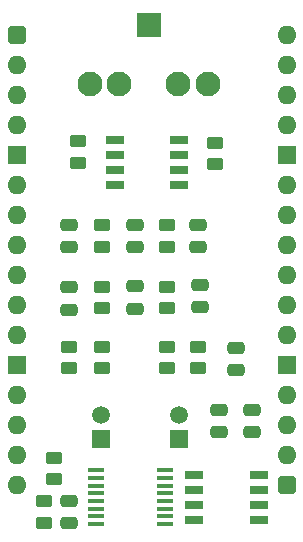
<source format=gts>
%TF.GenerationSoftware,KiCad,Pcbnew,8.0.4*%
%TF.CreationDate,2024-08-15T10:01:24+02:00*%
%TF.ProjectId,Audio DAC,41756469-6f20-4444-9143-2e6b69636164,V0*%
%TF.SameCoordinates,PX6d01460PY32de760*%
%TF.FileFunction,Soldermask,Top*%
%TF.FilePolarity,Negative*%
%FSLAX46Y46*%
G04 Gerber Fmt 4.6, Leading zero omitted, Abs format (unit mm)*
G04 Created by KiCad (PCBNEW 8.0.4) date 2024-08-15 10:01:24*
%MOMM*%
%LPD*%
G01*
G04 APERTURE LIST*
G04 Aperture macros list*
%AMRoundRect*
0 Rectangle with rounded corners*
0 $1 Rounding radius*
0 $2 $3 $4 $5 $6 $7 $8 $9 X,Y pos of 4 corners*
0 Add a 4 corners polygon primitive as box body*
4,1,4,$2,$3,$4,$5,$6,$7,$8,$9,$2,$3,0*
0 Add four circle primitives for the rounded corners*
1,1,$1+$1,$2,$3*
1,1,$1+$1,$4,$5*
1,1,$1+$1,$6,$7*
1,1,$1+$1,$8,$9*
0 Add four rect primitives between the rounded corners*
20,1,$1+$1,$2,$3,$4,$5,0*
20,1,$1+$1,$4,$5,$6,$7,0*
20,1,$1+$1,$6,$7,$8,$9,0*
20,1,$1+$1,$8,$9,$2,$3,0*%
G04 Aperture macros list end*
%ADD10R,1.500000X1.500000*%
%ADD11C,1.500000*%
%ADD12RoundRect,0.250000X0.450000X-0.262500X0.450000X0.262500X-0.450000X0.262500X-0.450000X-0.262500X0*%
%ADD13RoundRect,0.250000X0.475000X-0.250000X0.475000X0.250000X-0.475000X0.250000X-0.475000X-0.250000X0*%
%ADD14R,1.550000X0.650000*%
%ADD15R,2.100000X2.100000*%
%ADD16C,2.100000*%
%ADD17R,1.450000X0.450000*%
%ADD18RoundRect,0.400000X-0.400000X-0.400000X0.400000X-0.400000X0.400000X0.400000X-0.400000X0.400000X0*%
%ADD19O,1.600000X1.600000*%
%ADD20R,1.600000X1.600000*%
%ADD21RoundRect,0.250000X-0.475000X0.250000X-0.475000X-0.250000X0.475000X-0.250000X0.475000X0.250000X0*%
%ADD22RoundRect,0.250000X-0.450000X0.262500X-0.450000X-0.262500X0.450000X-0.262500X0.450000X0.262500X0*%
G04 APERTURE END LIST*
D10*
%TO.C,C12*%
X13716000Y-34163000D03*
D11*
X13716000Y-32163000D03*
%TD*%
D10*
%TO.C,C5*%
X7112000Y-34163000D03*
D11*
X7112000Y-32163000D03*
%TD*%
D12*
%TO.C,R3*%
X7229000Y-28217500D03*
X7229000Y-26392500D03*
%TD*%
D13*
%TO.C,C15*%
X10033000Y-17952000D03*
X10033000Y-16052000D03*
%TD*%
%TO.C,C6*%
X4445000Y-41320000D03*
X4445000Y-39420000D03*
%TD*%
D14*
%TO.C,IC1*%
X15055000Y-37211000D03*
X15055000Y-38481000D03*
X15055000Y-39751000D03*
X15055000Y-41021000D03*
X20505000Y-41021000D03*
X20505000Y-39751000D03*
X20505000Y-38481000D03*
X20505000Y-37211000D03*
%TD*%
D12*
%TO.C,R6*%
X16754000Y-10945500D03*
X16754000Y-9120500D03*
%TD*%
%TO.C,R10*%
X12690000Y-23137500D03*
X12690000Y-21312500D03*
%TD*%
%TO.C,R11*%
X12690000Y-17930500D03*
X12690000Y-16105500D03*
%TD*%
D13*
%TO.C,C7*%
X4435000Y-23236000D03*
X4435000Y-21336000D03*
%TD*%
D15*
%TO.C,J2*%
X11176000Y881000D03*
D16*
X6176000Y-4119000D03*
X16176000Y-4119000D03*
X8676000Y-4119000D03*
X13676000Y-4119000D03*
%TD*%
D17*
%TO.C,IC6*%
X6727000Y-36841000D03*
X6727000Y-37491000D03*
X6727000Y-38141000D03*
X6727000Y-38791000D03*
X6727000Y-39441000D03*
X6727000Y-40091000D03*
X6727000Y-40741000D03*
X6727000Y-41391000D03*
X12577000Y-41391000D03*
X12577000Y-40741000D03*
X12577000Y-40091000D03*
X12577000Y-39441000D03*
X12577000Y-38791000D03*
X12577000Y-38141000D03*
X12577000Y-37491000D03*
X12577000Y-36841000D03*
%TD*%
D12*
%TO.C,R4*%
X7229000Y-23137500D03*
X7229000Y-21312500D03*
%TD*%
D13*
%TO.C,C16*%
X15367000Y-17952000D03*
X15367000Y-16052000D03*
%TD*%
D12*
%TO.C,R8*%
X5197000Y-10818500D03*
X5197000Y-8993500D03*
%TD*%
D18*
%TO.C,J1*%
X0Y0D03*
D19*
X0Y-2540000D03*
X0Y-5080000D03*
X0Y-7620000D03*
D20*
X0Y-10160000D03*
D19*
X0Y-12700000D03*
X0Y-15240000D03*
X0Y-17780000D03*
X0Y-20320000D03*
X0Y-22860000D03*
X0Y-25400000D03*
D20*
X0Y-27940000D03*
D19*
X0Y-30480000D03*
X0Y-33020000D03*
X0Y-35560000D03*
X0Y-38100000D03*
D18*
X22860000Y-38100000D03*
D19*
X22860000Y-35560000D03*
X22860000Y-33020000D03*
X22860000Y-30480000D03*
D20*
X22860000Y-27940000D03*
D19*
X22860000Y-25400000D03*
X22860000Y-22860000D03*
X22860000Y-20320000D03*
X22860000Y-17780000D03*
X22860000Y-15240000D03*
X22860000Y-12700000D03*
D20*
X22860000Y-10160000D03*
D19*
X22860000Y-7620000D03*
X22860000Y-5080000D03*
X22860000Y-2540000D03*
X22860000Y0D03*
%TD*%
D12*
%TO.C,R2*%
X2276000Y-41298500D03*
X2276000Y-39473500D03*
%TD*%
D13*
%TO.C,C11*%
X4445000Y-17952000D03*
X4445000Y-16052000D03*
%TD*%
D21*
%TO.C,C1*%
X17145000Y-31705000D03*
X17145000Y-33605000D03*
%TD*%
%TO.C,C2*%
X19939000Y-31705000D03*
X19939000Y-33605000D03*
%TD*%
D12*
%TO.C,R5*%
X7229000Y-17930500D03*
X7229000Y-16105500D03*
%TD*%
D22*
%TO.C,R1*%
X3185000Y-35790500D03*
X3185000Y-37615500D03*
%TD*%
D13*
%TO.C,C10*%
X10033000Y-23159000D03*
X10033000Y-21259000D03*
%TD*%
%TO.C,C14*%
X15494000Y-23032000D03*
X15494000Y-21132000D03*
%TD*%
D22*
%TO.C,R7*%
X4455000Y-26392500D03*
X4455000Y-28217500D03*
%TD*%
D12*
%TO.C,R9*%
X12690000Y-28217500D03*
X12690000Y-26392500D03*
%TD*%
D13*
%TO.C,C13*%
X18542000Y-28366000D03*
X18542000Y-26466000D03*
%TD*%
D22*
%TO.C,R12*%
X15377000Y-26392500D03*
X15377000Y-28217500D03*
%TD*%
D14*
%TO.C,IC7*%
X13774000Y-12700000D03*
X13774000Y-11430000D03*
X13774000Y-10160000D03*
X13774000Y-8890000D03*
X8324000Y-8890000D03*
X8324000Y-10160000D03*
X8324000Y-11430000D03*
X8324000Y-12700000D03*
%TD*%
M02*

</source>
